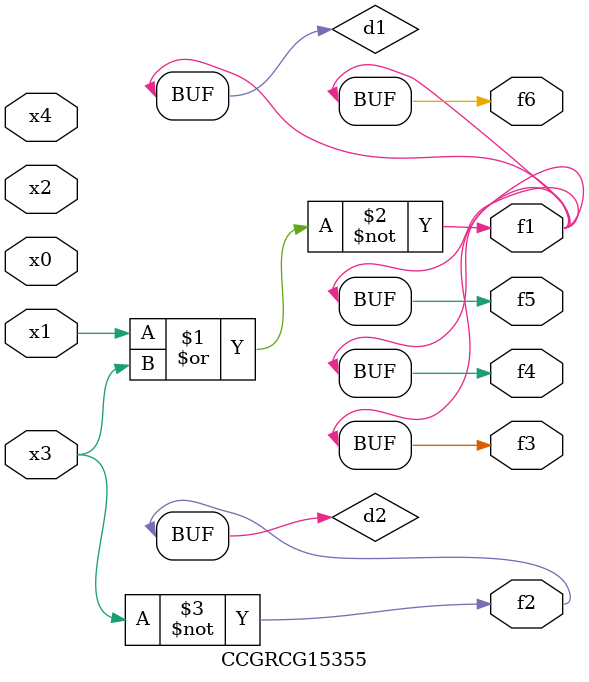
<source format=v>
module CCGRCG15355(
	input x0, x1, x2, x3, x4,
	output f1, f2, f3, f4, f5, f6
);

	wire d1, d2;

	nor (d1, x1, x3);
	not (d2, x3);
	assign f1 = d1;
	assign f2 = d2;
	assign f3 = d1;
	assign f4 = d1;
	assign f5 = d1;
	assign f6 = d1;
endmodule

</source>
